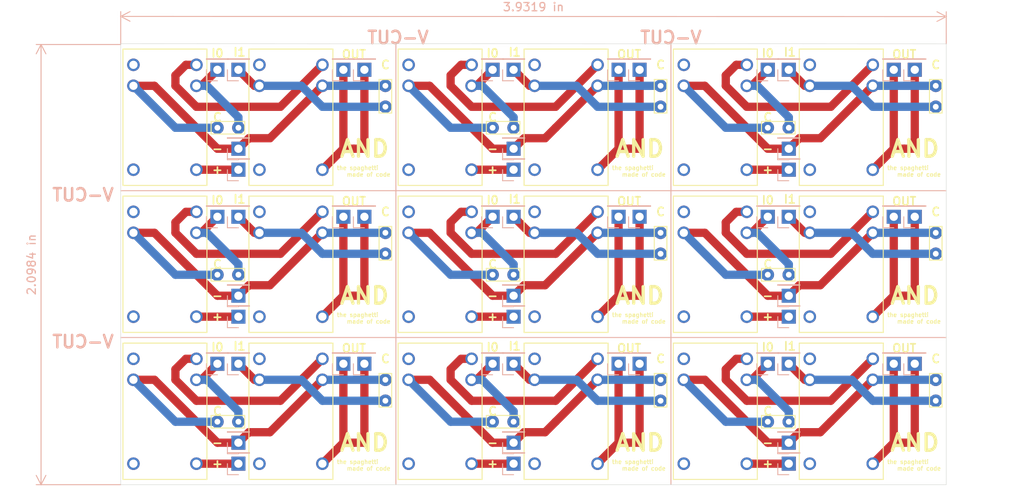
<source format=kicad_pcb>
(kicad_pcb (version 20171130) (host pcbnew "(5.1.6)-1")
  (layers (0 F.Cu signal) (31 B.Cu signal) (34 B.Paste user) (35 F.Paste user) (36 B.SilkS user) (37 F.SilkS user) (38 B.Mask user) (39 F.Mask user) (44 Edge.Cuts user))
  (net 0 "")
  (net 1 GND)
  (module Connector_PinHeader_2.54mm:PinHeader_1x01_P2.54mm_Vertical (layer B.Cu) (at 155.226 78.872)
    (fp_text reference REF**)
    (fp_text value PinHeader_1x01_P2.54mm_Vertical)
    (pad 1 thru_hole rect (at 0 0) (size 1.7 1.7) (drill 1) (layers *.Cu *.Mask))
  )
  (module Connector_PinHeader_2.54mm:PinHeader_1x01_P2.54mm_Vertical (layer B.Cu) (at 121.936 78.872)
    (fp_text reference REF**)
    (fp_text value PinHeader_1x01_P2.54mm_Vertical)
    (pad 1 thru_hole rect (at 0 0) (size 1.7 1.7) (drill 1) (layers *.Cu *.Mask))
  )
  (module Connector_PinHeader_2.54mm:PinHeader_1x01_P2.54mm_Vertical (layer B.Cu) (at 88.646 78.872)
    (fp_text reference REF**)
    (fp_text value PinHeader_1x01_P2.54mm_Vertical)
    (pad 1 thru_hole rect (at 0 0) (size 1.7 1.7) (drill 1) (layers *.Cu *.Mask))
  )
  (module Connector_PinHeader_2.54mm:PinHeader_1x01_P2.54mm_Vertical (layer B.Cu) (at 155.226 61.072)
    (fp_text reference REF**)
    (fp_text value PinHeader_1x01_P2.54mm_Vertical)
    (pad 1 thru_hole rect (at 0 0) (size 1.7 1.7) (drill 1) (layers *.Cu *.Mask))
  )
  (module Connector_PinHeader_2.54mm:PinHeader_1x01_P2.54mm_Vertical (layer B.Cu) (at 121.936 61.072)
    (fp_text reference REF**)
    (fp_text value PinHeader_1x01_P2.54mm_Vertical)
    (pad 1 thru_hole rect (at 0 0) (size 1.7 1.7) (drill 1) (layers *.Cu *.Mask))
  )
  (module Connector_PinHeader_2.54mm:PinHeader_1x01_P2.54mm_Vertical (layer B.Cu) (at 88.646 61.072)
    (fp_text reference REF**)
    (fp_text value PinHeader_1x01_P2.54mm_Vertical)
    (pad 1 thru_hole rect (at 0 0) (size 1.7 1.7) (drill 1) (layers *.Cu *.Mask))
  )
  (module Connector_PinHeader_2.54mm:PinHeader_1x01_P2.54mm_Vertical (layer B.Cu) (at 155.226 43.272)
    (fp_text reference REF**)
    (fp_text value PinHeader_1x01_P2.54mm_Vertical)
    (pad 1 thru_hole rect (at 0 0) (size 1.7 1.7) (drill 1) (layers *.Cu *.Mask))
  )
  (module Connector_PinHeader_2.54mm:PinHeader_1x01_P2.54mm_Vertical (layer B.Cu) (at 121.936 43.272)
    (fp_text reference REF**)
    (fp_text value PinHeader_1x01_P2.54mm_Vertical)
    (pad 1 thru_hole rect (at 0 0) (size 1.7 1.7) (drill 1) (layers *.Cu *.Mask))
  )
  (module MiyakeFootprintLib:946H-1C-24D (layer F.Cu) (at 147.606 83.352)
    (fp_text reference REF**)
    (fp_text value 946H-1C-24D)
    (pad 6 thru_hole circle (at 2.54 7.62) (size 1.524 1.524) (drill 1) (layers *.Cu *.Mask))
    (pad 5 thru_hole circle (at -5.08 7.62) (size 1.524 1.524) (drill 1) (layers *.Cu *.Mask))
    (pad 4 thru_hole circle (at -5.08 -2.54) (size 1.524 1.524) (drill 1) (layers *.Cu *.Mask))
    (pad 3 thru_hole circle (at 2.54 -2.54) (size 1.524 1.524) (drill 1) (layers *.Cu *.Mask))
    (pad 2 thru_hole circle (at 2.54 -5.08) (size 1.524 1.524) (drill 1) (layers *.Cu *.Mask))
    (pad 1 thru_hole circle (at -5.08 -5.08) (size 1.524 1.524) (drill 1) (layers *.Cu *.Mask))
  )
  (module MiyakeFootprintLib:946H-1C-24D (layer F.Cu) (at 114.316 83.352)
    (fp_text reference REF**)
    (fp_text value 946H-1C-24D)
    (pad 6 thru_hole circle (at 2.54 7.62) (size 1.524 1.524) (drill 1) (layers *.Cu *.Mask))
    (pad 5 thru_hole circle (at -5.08 7.62) (size 1.524 1.524) (drill 1) (layers *.Cu *.Mask))
    (pad 4 thru_hole circle (at -5.08 -2.54) (size 1.524 1.524) (drill 1) (layers *.Cu *.Mask))
    (pad 3 thru_hole circle (at 2.54 -2.54) (size 1.524 1.524) (drill 1) (layers *.Cu *.Mask))
    (pad 2 thru_hole circle (at 2.54 -5.08) (size 1.524 1.524) (drill 1) (layers *.Cu *.Mask))
    (pad 1 thru_hole circle (at -5.08 -5.08) (size 1.524 1.524) (drill 1) (layers *.Cu *.Mask))
  )
  (module MiyakeFootprintLib:946H-1C-24D (layer F.Cu) (at 81.026 83.352)
    (fp_text reference REF**)
    (fp_text value 946H-1C-24D)
    (pad 6 thru_hole circle (at 2.54 7.62) (size 1.524 1.524) (drill 1) (layers *.Cu *.Mask))
    (pad 5 thru_hole circle (at -5.08 7.62) (size 1.524 1.524) (drill 1) (layers *.Cu *.Mask))
    (pad 4 thru_hole circle (at -5.08 -2.54) (size 1.524 1.524) (drill 1) (layers *.Cu *.Mask))
    (pad 3 thru_hole circle (at 2.54 -2.54) (size 1.524 1.524) (drill 1) (layers *.Cu *.Mask))
    (pad 2 thru_hole circle (at 2.54 -5.08) (size 1.524 1.524) (drill 1) (layers *.Cu *.Mask))
    (pad 1 thru_hole circle (at -5.08 -5.08) (size 1.524 1.524) (drill 1) (layers *.Cu *.Mask))
  )
  (module MiyakeFootprintLib:946H-1C-24D (layer F.Cu) (at 147.606 65.552)
    (fp_text reference REF**)
    (fp_text value 946H-1C-24D)
    (pad 6 thru_hole circle (at 2.54 7.62) (size 1.524 1.524) (drill 1) (layers *.Cu *.Mask))
    (pad 5 thru_hole circle (at -5.08 7.62) (size 1.524 1.524) (drill 1) (layers *.Cu *.Mask))
    (pad 4 thru_hole circle (at -5.08 -2.54) (size 1.524 1.524) (drill 1) (layers *.Cu *.Mask))
    (pad 3 thru_hole circle (at 2.54 -2.54) (size 1.524 1.524) (drill 1) (layers *.Cu *.Mask))
    (pad 2 thru_hole circle (at 2.54 -5.08) (size 1.524 1.524) (drill 1) (layers *.Cu *.Mask))
    (pad 1 thru_hole circle (at -5.08 -5.08) (size 1.524 1.524) (drill 1) (layers *.Cu *.Mask))
  )
  (module MiyakeFootprintLib:946H-1C-24D (layer F.Cu) (at 114.316 65.552)
    (fp_text reference REF**)
    (fp_text value 946H-1C-24D)
    (pad 6 thru_hole circle (at 2.54 7.62) (size 1.524 1.524) (drill 1) (layers *.Cu *.Mask))
    (pad 5 thru_hole circle (at -5.08 7.62) (size 1.524 1.524) (drill 1) (layers *.Cu *.Mask))
    (pad 4 thru_hole circle (at -5.08 -2.54) (size 1.524 1.524) (drill 1) (layers *.Cu *.Mask))
    (pad 3 thru_hole circle (at 2.54 -2.54) (size 1.524 1.524) (drill 1) (layers *.Cu *.Mask))
    (pad 2 thru_hole circle (at 2.54 -5.08) (size 1.524 1.524) (drill 1) (layers *.Cu *.Mask))
    (pad 1 thru_hole circle (at -5.08 -5.08) (size 1.524 1.524) (drill 1) (layers *.Cu *.Mask))
  )
  (module MiyakeFootprintLib:946H-1C-24D (layer F.Cu) (at 81.026 65.552)
    (fp_text reference REF**)
    (fp_text value 946H-1C-24D)
    (pad 6 thru_hole circle (at 2.54 7.62) (size 1.524 1.524) (drill 1) (layers *.Cu *.Mask))
    (pad 5 thru_hole circle (at -5.08 7.62) (size 1.524 1.524) (drill 1) (layers *.Cu *.Mask))
    (pad 4 thru_hole circle (at -5.08 -2.54) (size 1.524 1.524) (drill 1) (layers *.Cu *.Mask))
    (pad 3 thru_hole circle (at 2.54 -2.54) (size 1.524 1.524) (drill 1) (layers *.Cu *.Mask))
    (pad 2 thru_hole circle (at 2.54 -5.08) (size 1.524 1.524) (drill 1) (layers *.Cu *.Mask))
    (pad 1 thru_hole circle (at -5.08 -5.08) (size 1.524 1.524) (drill 1) (layers *.Cu *.Mask))
  )
  (module MiyakeFootprintLib:946H-1C-24D (layer F.Cu) (at 147.606 47.752)
    (fp_text reference REF**)
    (fp_text value 946H-1C-24D)
    (pad 6 thru_hole circle (at 2.54 7.62) (size 1.524 1.524) (drill 1) (layers *.Cu *.Mask))
    (pad 5 thru_hole circle (at -5.08 7.62) (size 1.524 1.524) (drill 1) (layers *.Cu *.Mask))
    (pad 4 thru_hole circle (at -5.08 -2.54) (size 1.524 1.524) (drill 1) (layers *.Cu *.Mask))
    (pad 3 thru_hole circle (at 2.54 -2.54) (size 1.524 1.524) (drill 1) (layers *.Cu *.Mask))
    (pad 2 thru_hole circle (at 2.54 -5.08) (size 1.524 1.524) (drill 1) (layers *.Cu *.Mask))
    (pad 1 thru_hole circle (at -5.08 -5.08) (size 1.524 1.524) (drill 1) (layers *.Cu *.Mask))
  )
  (module MiyakeFootprintLib:946H-1C-24D (layer F.Cu) (at 114.316 47.752)
    (fp_text reference REF**)
    (fp_text value 946H-1C-24D)
    (pad 6 thru_hole circle (at 2.54 7.62) (size 1.524 1.524) (drill 1) (layers *.Cu *.Mask))
    (pad 5 thru_hole circle (at -5.08 7.62) (size 1.524 1.524) (drill 1) (layers *.Cu *.Mask))
    (pad 4 thru_hole circle (at -5.08 -2.54) (size 1.524 1.524) (drill 1) (layers *.Cu *.Mask))
    (pad 3 thru_hole circle (at 2.54 -2.54) (size 1.524 1.524) (drill 1) (layers *.Cu *.Mask))
    (pad 2 thru_hole circle (at 2.54 -5.08) (size 1.524 1.524) (drill 1) (layers *.Cu *.Mask))
    (pad 1 thru_hole circle (at -5.08 -5.08) (size 1.524 1.524) (drill 1) (layers *.Cu *.Mask))
  )
  (module MiyakeFootprintLib:Condensor (layer F.Cu) (at 157.766 80.812 270)
    (fp_text reference REF**)
    (fp_text value Condensor)
    (pad 1 thru_hole circle (at 0 0 270) (size 1.524 1.524) (drill 0.7) (layers *.Cu *.Mask))
    (pad 2 thru_hole circle (at 2.54 0 270) (size 1.524 1.524) (drill 0.7) (layers *.Cu *.Mask))
  )
  (module MiyakeFootprintLib:Condensor (layer F.Cu) (at 124.476 80.812 270)
    (fp_text reference REF**)
    (fp_text value Condensor)
    (pad 1 thru_hole circle (at 0 0 270) (size 1.524 1.524) (drill 0.7) (layers *.Cu *.Mask))
    (pad 2 thru_hole circle (at 2.54 0 270) (size 1.524 1.524) (drill 0.7) (layers *.Cu *.Mask))
  )
  (module MiyakeFootprintLib:Condensor (layer F.Cu) (at 91.186 80.812 270)
    (fp_text reference REF**)
    (fp_text value Condensor)
    (pad 1 thru_hole circle (at 0 0 270) (size 1.524 1.524) (drill 0.7) (layers *.Cu *.Mask))
    (pad 2 thru_hole circle (at 2.54 0 270) (size 1.524 1.524) (drill 0.7) (layers *.Cu *.Mask))
  )
  (module MiyakeFootprintLib:Condensor (layer F.Cu) (at 157.766 63.012 270)
    (fp_text reference REF**)
    (fp_text value Condensor)
    (pad 1 thru_hole circle (at 0 0 270) (size 1.524 1.524) (drill 0.7) (layers *.Cu *.Mask))
    (pad 2 thru_hole circle (at 2.54 0 270) (size 1.524 1.524) (drill 0.7) (layers *.Cu *.Mask))
  )
  (module MiyakeFootprintLib:Condensor (layer F.Cu) (at 124.476 63.012 270)
    (fp_text reference REF**)
    (fp_text value Condensor)
    (pad 1 thru_hole circle (at 0 0 270) (size 1.524 1.524) (drill 0.7) (layers *.Cu *.Mask))
    (pad 2 thru_hole circle (at 2.54 0 270) (size 1.524 1.524) (drill 0.7) (layers *.Cu *.Mask))
  )
  (module MiyakeFootprintLib:Condensor (layer F.Cu) (at 91.186 63.012 270)
    (fp_text reference REF**)
    (fp_text value Condensor)
    (pad 1 thru_hole circle (at 0 0 270) (size 1.524 1.524) (drill 0.7) (layers *.Cu *.Mask))
    (pad 2 thru_hole circle (at 2.54 0 270) (size 1.524 1.524) (drill 0.7) (layers *.Cu *.Mask))
  )
  (module MiyakeFootprintLib:Condensor (layer F.Cu) (at 157.766 45.212 270)
    (fp_text reference REF**)
    (fp_text value Condensor)
    (pad 1 thru_hole circle (at 0 0 270) (size 1.524 1.524) (drill 0.7) (layers *.Cu *.Mask))
    (pad 2 thru_hole circle (at 2.54 0 270) (size 1.524 1.524) (drill 0.7) (layers *.Cu *.Mask))
  )
  (module MiyakeFootprintLib:Condensor (layer F.Cu) (at 124.476 45.212 270)
    (fp_text reference REF**)
    (fp_text value Condensor)
    (pad 1 thru_hole circle (at 0 0 270) (size 1.524 1.524) (drill 0.7) (layers *.Cu *.Mask))
    (pad 2 thru_hole circle (at 2.54 0 270) (size 1.524 1.524) (drill 0.7) (layers *.Cu *.Mask))
  )
  (module MiyakeFootprintLib:946H-1C-24D (layer F.Cu) (at 132.366 83.352)
    (fp_text reference REF**)
    (fp_text value 946H-1C-24D)
    (pad 6 thru_hole circle (at 2.54 7.62) (size 1.524 1.524) (drill 1) (layers *.Cu *.Mask))
    (pad 5 thru_hole circle (at -5.08 7.62) (size 1.524 1.524) (drill 1) (layers *.Cu *.Mask))
    (pad 4 thru_hole circle (at -5.08 -2.54) (size 1.524 1.524) (drill 1) (layers *.Cu *.Mask))
    (pad 3 thru_hole circle (at 2.54 -2.54) (size 1.524 1.524) (drill 1) (layers *.Cu *.Mask))
    (pad 2 thru_hole circle (at 2.54 -5.08) (size 1.524 1.524) (drill 1) (layers *.Cu *.Mask))
    (pad 1 thru_hole circle (at -5.08 -5.08) (size 1.524 1.524) (drill 1) (layers *.Cu *.Mask))
  )
  (module MiyakeFootprintLib:946H-1C-24D (layer F.Cu) (at 99.076 83.352)
    (fp_text reference REF**)
    (fp_text value 946H-1C-24D)
    (pad 6 thru_hole circle (at 2.54 7.62) (size 1.524 1.524) (drill 1) (layers *.Cu *.Mask))
    (pad 5 thru_hole circle (at -5.08 7.62) (size 1.524 1.524) (drill 1) (layers *.Cu *.Mask))
    (pad 4 thru_hole circle (at -5.08 -2.54) (size 1.524 1.524) (drill 1) (layers *.Cu *.Mask))
    (pad 3 thru_hole circle (at 2.54 -2.54) (size 1.524 1.524) (drill 1) (layers *.Cu *.Mask))
    (pad 2 thru_hole circle (at 2.54 -5.08) (size 1.524 1.524) (drill 1) (layers *.Cu *.Mask))
    (pad 1 thru_hole circle (at -5.08 -5.08) (size 1.524 1.524) (drill 1) (layers *.Cu *.Mask))
  )
  (module MiyakeFootprintLib:946H-1C-24D (layer F.Cu) (at 65.786 83.352)
    (fp_text reference REF**)
    (fp_text value 946H-1C-24D)
    (pad 6 thru_hole circle (at 2.54 7.62) (size 1.524 1.524) (drill 1) (layers *.Cu *.Mask))
    (pad 5 thru_hole circle (at -5.08 7.62) (size 1.524 1.524) (drill 1) (layers *.Cu *.Mask))
    (pad 4 thru_hole circle (at -5.08 -2.54) (size 1.524 1.524) (drill 1) (layers *.Cu *.Mask))
    (pad 3 thru_hole circle (at 2.54 -2.54) (size 1.524 1.524) (drill 1) (layers *.Cu *.Mask))
    (pad 2 thru_hole circle (at 2.54 -5.08) (size 1.524 1.524) (drill 1) (layers *.Cu *.Mask))
    (pad 1 thru_hole circle (at -5.08 -5.08) (size 1.524 1.524) (drill 1) (layers *.Cu *.Mask))
  )
  (module MiyakeFootprintLib:946H-1C-24D (layer F.Cu) (at 132.366 65.552)
    (fp_text reference REF**)
    (fp_text value 946H-1C-24D)
    (pad 6 thru_hole circle (at 2.54 7.62) (size 1.524 1.524) (drill 1) (layers *.Cu *.Mask))
    (pad 5 thru_hole circle (at -5.08 7.62) (size 1.524 1.524) (drill 1) (layers *.Cu *.Mask))
    (pad 4 thru_hole circle (at -5.08 -2.54) (size 1.524 1.524) (drill 1) (layers *.Cu *.Mask))
    (pad 3 thru_hole circle (at 2.54 -2.54) (size 1.524 1.524) (drill 1) (layers *.Cu *.Mask))
    (pad 2 thru_hole circle (at 2.54 -5.08) (size 1.524 1.524) (drill 1) (layers *.Cu *.Mask))
    (pad 1 thru_hole circle (at -5.08 -5.08) (size 1.524 1.524) (drill 1) (layers *.Cu *.Mask))
  )
  (module MiyakeFootprintLib:946H-1C-24D (layer F.Cu) (at 99.076 65.552)
    (fp_text reference REF**)
    (fp_text value 946H-1C-24D)
    (pad 6 thru_hole circle (at 2.54 7.62) (size 1.524 1.524) (drill 1) (layers *.Cu *.Mask))
    (pad 5 thru_hole circle (at -5.08 7.62) (size 1.524 1.524) (drill 1) (layers *.Cu *.Mask))
    (pad 4 thru_hole circle (at -5.08 -2.54) (size 1.524 1.524) (drill 1) (layers *.Cu *.Mask))
    (pad 3 thru_hole circle (at 2.54 -2.54) (size 1.524 1.524) (drill 1) (layers *.Cu *.Mask))
    (pad 2 thru_hole circle (at 2.54 -5.08) (size 1.524 1.524) (drill 1) (layers *.Cu *.Mask))
    (pad 1 thru_hole circle (at -5.08 -5.08) (size 1.524 1.524) (drill 1) (layers *.Cu *.Mask))
  )
  (module MiyakeFootprintLib:946H-1C-24D (layer F.Cu) (at 65.786 65.552)
    (fp_text reference REF**)
    (fp_text value 946H-1C-24D)
    (pad 6 thru_hole circle (at 2.54 7.62) (size 1.524 1.524) (drill 1) (layers *.Cu *.Mask))
    (pad 5 thru_hole circle (at -5.08 7.62) (size 1.524 1.524) (drill 1) (layers *.Cu *.Mask))
    (pad 4 thru_hole circle (at -5.08 -2.54) (size 1.524 1.524) (drill 1) (layers *.Cu *.Mask))
    (pad 3 thru_hole circle (at 2.54 -2.54) (size 1.524 1.524) (drill 1) (layers *.Cu *.Mask))
    (pad 2 thru_hole circle (at 2.54 -5.08) (size 1.524 1.524) (drill 1) (layers *.Cu *.Mask))
    (pad 1 thru_hole circle (at -5.08 -5.08) (size 1.524 1.524) (drill 1) (layers *.Cu *.Mask))
  )
  (module MiyakeFootprintLib:946H-1C-24D (layer F.Cu) (at 132.366 47.752)
    (fp_text reference REF**)
    (fp_text value 946H-1C-24D)
    (pad 6 thru_hole circle (at 2.54 7.62) (size 1.524 1.524) (drill 1) (layers *.Cu *.Mask))
    (pad 5 thru_hole circle (at -5.08 7.62) (size 1.524 1.524) (drill 1) (layers *.Cu *.Mask))
    (pad 4 thru_hole circle (at -5.08 -2.54) (size 1.524 1.524) (drill 1) (layers *.Cu *.Mask))
    (pad 3 thru_hole circle (at 2.54 -2.54) (size 1.524 1.524) (drill 1) (layers *.Cu *.Mask))
    (pad 2 thru_hole circle (at 2.54 -5.08) (size 1.524 1.524) (drill 1) (layers *.Cu *.Mask))
    (pad 1 thru_hole circle (at -5.08 -5.08) (size 1.524 1.524) (drill 1) (layers *.Cu *.Mask))
  )
  (module MiyakeFootprintLib:946H-1C-24D (layer F.Cu) (at 99.076 47.752)
    (fp_text reference REF**)
    (fp_text value 946H-1C-24D)
    (pad 6 thru_hole circle (at 2.54 7.62) (size 1.524 1.524) (drill 1) (layers *.Cu *.Mask))
    (pad 5 thru_hole circle (at -5.08 7.62) (size 1.524 1.524) (drill 1) (layers *.Cu *.Mask))
    (pad 4 thru_hole circle (at -5.08 -2.54) (size 1.524 1.524) (drill 1) (layers *.Cu *.Mask))
    (pad 3 thru_hole circle (at 2.54 -2.54) (size 1.524 1.524) (drill 1) (layers *.Cu *.Mask))
    (pad 2 thru_hole circle (at 2.54 -5.08) (size 1.524 1.524) (drill 1) (layers *.Cu *.Mask))
    (pad 1 thru_hole circle (at -5.08 -5.08) (size 1.524 1.524) (drill 1) (layers *.Cu *.Mask))
  )
  (module Connector_PinHeader_2.54mm:PinHeader_1x01_P2.54mm_Vertical (layer B.Cu) (at 137.446 78.872)
    (fp_text reference REF**)
    (fp_text value PinHeader_1x01_P2.54mm_Vertical)
    (pad 1 thru_hole rect (at 0 0) (size 1.7 1.7) (drill 1) (layers *.Cu *.Mask))
  )
  (module Connector_PinHeader_2.54mm:PinHeader_1x01_P2.54mm_Vertical (layer B.Cu) (at 104.156 78.872)
    (fp_text reference REF**)
    (fp_text value PinHeader_1x01_P2.54mm_Vertical)
    (pad 1 thru_hole rect (at 0 0) (size 1.7 1.7) (drill 1) (layers *.Cu *.Mask))
  )
  (module Connector_PinHeader_2.54mm:PinHeader_1x01_P2.54mm_Vertical (layer B.Cu) (at 70.866 78.872)
    (fp_text reference REF**)
    (fp_text value PinHeader_1x01_P2.54mm_Vertical)
    (pad 1 thru_hole rect (at 0 0) (size 1.7 1.7) (drill 1) (layers *.Cu *.Mask))
  )
  (module Connector_PinHeader_2.54mm:PinHeader_1x01_P2.54mm_Vertical (layer B.Cu) (at 137.446 61.072)
    (fp_text reference REF**)
    (fp_text value PinHeader_1x01_P2.54mm_Vertical)
    (pad 1 thru_hole rect (at 0 0) (size 1.7 1.7) (drill 1) (layers *.Cu *.Mask))
  )
  (module Connector_PinHeader_2.54mm:PinHeader_1x01_P2.54mm_Vertical (layer B.Cu) (at 104.156 61.072)
    (fp_text reference REF**)
    (fp_text value PinHeader_1x01_P2.54mm_Vertical)
    (pad 1 thru_hole rect (at 0 0) (size 1.7 1.7) (drill 1) (layers *.Cu *.Mask))
  )
  (module Connector_PinHeader_2.54mm:PinHeader_1x01_P2.54mm_Vertical (layer B.Cu) (at 70.866 61.072)
    (fp_text reference REF**)
    (fp_text value PinHeader_1x01_P2.54mm_Vertical)
    (pad 1 thru_hole rect (at 0 0) (size 1.7 1.7) (drill 1) (layers *.Cu *.Mask))
  )
  (module Connector_PinHeader_2.54mm:PinHeader_1x01_P2.54mm_Vertical (layer B.Cu) (at 137.446 43.272)
    (fp_text reference REF**)
    (fp_text value PinHeader_1x01_P2.54mm_Vertical)
    (pad 1 thru_hole rect (at 0 0) (size 1.7 1.7) (drill 1) (layers *.Cu *.Mask))
  )
  (module Connector_PinHeader_2.54mm:PinHeader_1x01_P2.54mm_Vertical (layer B.Cu) (at 104.156 43.272)
    (fp_text reference REF**)
    (fp_text value PinHeader_1x01_P2.54mm_Vertical)
    (pad 1 thru_hole rect (at 0 0) (size 1.7 1.7) (drill 1) (layers *.Cu *.Mask))
  )
  (module Connector_PinHeader_2.54mm:PinHeader_1x01_P2.54mm_Vertical (layer B.Cu) (at 139.986 78.872)
    (fp_text reference REF**)
    (fp_text value PinHeader_1x01_P2.54mm_Vertical)
    (pad 1 thru_hole rect (at 0 0) (size 1.7 1.7) (drill 1) (layers *.Cu *.Mask))
  )
  (module Connector_PinHeader_2.54mm:PinHeader_1x01_P2.54mm_Vertical (layer B.Cu) (at 106.696 78.872)
    (fp_text reference REF**)
    (fp_text value PinHeader_1x01_P2.54mm_Vertical)
    (pad 1 thru_hole rect (at 0 0) (size 1.7 1.7) (drill 1) (layers *.Cu *.Mask))
  )
  (module Connector_PinHeader_2.54mm:PinHeader_1x01_P2.54mm_Vertical (layer B.Cu) (at 73.406 78.872)
    (fp_text reference REF**)
    (fp_text value PinHeader_1x01_P2.54mm_Vertical)
    (pad 1 thru_hole rect (at 0 0) (size 1.7 1.7) (drill 1) (layers *.Cu *.Mask))
  )
  (module Connector_PinHeader_2.54mm:PinHeader_1x01_P2.54mm_Vertical (layer B.Cu) (at 139.986 61.072)
    (fp_text reference REF**)
    (fp_text value PinHeader_1x01_P2.54mm_Vertical)
    (pad 1 thru_hole rect (at 0 0) (size 1.7 1.7) (drill 1) (layers *.Cu *.Mask))
  )
  (module Connector_PinHeader_2.54mm:PinHeader_1x01_P2.54mm_Vertical (layer B.Cu) (at 106.696 61.072)
    (fp_text reference REF**)
    (fp_text value PinHeader_1x01_P2.54mm_Vertical)
    (pad 1 thru_hole rect (at 0 0) (size 1.7 1.7) (drill 1) (layers *.Cu *.Mask))
  )
  (module Connector_PinHeader_2.54mm:PinHeader_1x01_P2.54mm_Vertical (layer B.Cu) (at 73.406 61.072)
    (fp_text reference REF**)
    (fp_text value PinHeader_1x01_P2.54mm_Vertical)
    (pad 1 thru_hole rect (at 0 0) (size 1.7 1.7) (drill 1) (layers *.Cu *.Mask))
  )
  (module Connector_PinHeader_2.54mm:PinHeader_1x01_P2.54mm_Vertical (layer B.Cu) (at 139.986 43.272)
    (fp_text reference REF**)
    (fp_text value PinHeader_1x01_P2.54mm_Vertical)
    (pad 1 thru_hole rect (at 0 0) (size 1.7 1.7) (drill 1) (layers *.Cu *.Mask))
  )
  (module Connector_PinHeader_2.54mm:PinHeader_1x01_P2.54mm_Vertical (layer B.Cu) (at 106.696 43.272)
    (fp_text reference REF**)
    (fp_text value PinHeader_1x01_P2.54mm_Vertical)
    (pad 1 thru_hole rect (at 0 0) (size 1.7 1.7) (drill 1) (layers *.Cu *.Mask))
  )
  (module Connector_PinHeader_2.54mm:PinHeader_1x01_P2.54mm_Vertical (layer B.Cu) (at 139.986 88.432)
    (fp_text reference REF**)
    (fp_text value PinHeader_1x01_P2.54mm_Vertical)
    (pad 1 thru_hole rect (at 0 0) (size 1.7 1.7) (drill 1) (layers *.Cu *.Mask))
  )
  (module Connector_PinHeader_2.54mm:PinHeader_1x01_P2.54mm_Vertical (layer B.Cu) (at 106.696 88.432)
    (fp_text reference REF**)
    (fp_text value PinHeader_1x01_P2.54mm_Vertical)
    (pad 1 thru_hole rect (at 0 0) (size 1.7 1.7) (drill 1) (layers *.Cu *.Mask))
  )
  (module Connector_PinHeader_2.54mm:PinHeader_1x01_P2.54mm_Vertical (layer B.Cu) (at 73.406 88.432)
    (fp_text reference REF**)
    (fp_text value PinHeader_1x01_P2.54mm_Vertical)
    (pad 1 thru_hole rect (at 0 0) (size 1.7 1.7) (drill 1) (layers *.Cu *.Mask))
  )
  (module Connector_PinHeader_2.54mm:PinHeader_1x01_P2.54mm_Vertical (layer B.Cu) (at 139.986 70.632)
    (fp_text reference REF**)
    (fp_text value PinHeader_1x01_P2.54mm_Vertical)
    (pad 1 thru_hole rect (at 0 0) (size 1.7 1.7) (drill 1) (layers *.Cu *.Mask))
  )
  (module Connector_PinHeader_2.54mm:PinHeader_1x01_P2.54mm_Vertical (layer B.Cu) (at 106.696 70.632)
    (fp_text reference REF**)
    (fp_text value PinHeader_1x01_P2.54mm_Vertical)
    (pad 1 thru_hole rect (at 0 0) (size 1.7 1.7) (drill 1) (layers *.Cu *.Mask))
  )
  (module Connector_PinHeader_2.54mm:PinHeader_1x01_P2.54mm_Vertical (layer B.Cu) (at 73.406 70.632)
    (fp_text reference REF**)
    (fp_text value PinHeader_1x01_P2.54mm_Vertical)
    (pad 1 thru_hole rect (at 0 0) (size 1.7 1.7) (drill 1) (layers *.Cu *.Mask))
  )
  (module Connector_PinHeader_2.54mm:PinHeader_1x01_P2.54mm_Vertical (layer B.Cu) (at 139.986 52.832)
    (fp_text reference REF**)
    (fp_text value PinHeader_1x01_P2.54mm_Vertical)
    (pad 1 thru_hole rect (at 0 0) (size 1.7 1.7) (drill 1) (layers *.Cu *.Mask))
  )
  (module Connector_PinHeader_2.54mm:PinHeader_1x01_P2.54mm_Vertical (layer B.Cu) (at 106.696 52.832)
    (fp_text reference REF**)
    (fp_text value PinHeader_1x01_P2.54mm_Vertical)
    (pad 1 thru_hole rect (at 0 0) (size 1.7 1.7) (drill 1) (layers *.Cu *.Mask))
  )
  (module Connector_PinHeader_2.54mm:PinHeader_1x01_P2.54mm_Vertical (layer B.Cu) (at 152.686 78.872)
    (fp_text reference REF**)
    (fp_text value PinHeader_1x01_P2.54mm_Vertical)
    (pad 1 thru_hole rect (at 0 0) (size 1.7 1.7) (drill 1) (layers *.Cu *.Mask))
  )
  (module Connector_PinHeader_2.54mm:PinHeader_1x01_P2.54mm_Vertical (layer B.Cu) (at 119.396 78.872)
    (fp_text reference REF**)
    (fp_text value PinHeader_1x01_P2.54mm_Vertical)
    (pad 1 thru_hole rect (at 0 0) (size 1.7 1.7) (drill 1) (layers *.Cu *.Mask))
  )
  (module Connector_PinHeader_2.54mm:PinHeader_1x01_P2.54mm_Vertical (layer B.Cu) (at 86.106 78.872)
    (fp_text reference REF**)
    (fp_text value PinHeader_1x01_P2.54mm_Vertical)
    (pad 1 thru_hole rect (at 0 0) (size 1.7 1.7) (drill 1) (layers *.Cu *.Mask))
  )
  (module Connector_PinHeader_2.54mm:PinHeader_1x01_P2.54mm_Vertical (layer B.Cu) (at 152.686 61.072)
    (fp_text reference REF**)
    (fp_text value PinHeader_1x01_P2.54mm_Vertical)
    (pad 1 thru_hole rect (at 0 0) (size 1.7 1.7) (drill 1) (layers *.Cu *.Mask))
  )
  (module Connector_PinHeader_2.54mm:PinHeader_1x01_P2.54mm_Vertical (layer B.Cu) (at 119.396 61.072)
    (fp_text reference REF**)
    (fp_text value PinHeader_1x01_P2.54mm_Vertical)
    (pad 1 thru_hole rect (at 0 0) (size 1.7 1.7) (drill 1) (layers *.Cu *.Mask))
  )
  (module Connector_PinHeader_2.54mm:PinHeader_1x01_P2.54mm_Vertical (layer B.Cu) (at 86.106 61.072)
    (fp_text reference REF**)
    (fp_text value PinHeader_1x01_P2.54mm_Vertical)
    (pad 1 thru_hole rect (at 0 0) (size 1.7 1.7) (drill 1) (layers *.Cu *.Mask))
  )
  (module Connector_PinHeader_2.54mm:PinHeader_1x01_P2.54mm_Vertical (layer B.Cu) (at 152.686 43.272)
    (fp_text reference REF**)
    (fp_text value PinHeader_1x01_P2.54mm_Vertical)
    (pad 1 thru_hole rect (at 0 0) (size 1.7 1.7) (drill 1) (layers *.Cu *.Mask))
  )
  (module Connector_PinHeader_2.54mm:PinHeader_1x01_P2.54mm_Vertical (layer B.Cu) (at 119.396 43.272)
    (fp_text reference REF**)
    (fp_text value PinHeader_1x01_P2.54mm_Vertical)
    (pad 1 thru_hole rect (at 0 0) (size 1.7 1.7) (drill 1) (layers *.Cu *.Mask))
  )
  (module Connector_PinHeader_2.54mm:PinHeader_1x01_P2.54mm_Vertical (layer B.Cu) (at 139.986 90.972)
    (fp_text reference REF**)
    (fp_text value PinHeader_1x01_P2.54mm_Vertical)
    (pad 1 thru_hole rect (at 0 0) (size 1.7 1.7) (drill 1) (layers *.Cu *.Mask))
  )
  (module Connector_PinHeader_2.54mm:PinHeader_1x01_P2.54mm_Vertical (layer B.Cu) (at 106.696 90.972)
    (fp_text reference REF**)
    (fp_text value PinHeader_1x01_P2.54mm_Vertical)
    (pad 1 thru_hole rect (at 0 0) (size 1.7 1.7) (drill 1) (layers *.Cu *.Mask))
  )
  (module Connector_PinHeader_2.54mm:PinHeader_1x01_P2.54mm_Vertical (layer B.Cu) (at 73.406 90.972)
    (fp_text reference REF**)
    (fp_text value PinHeader_1x01_P2.54mm_Vertical)
    (pad 1 thru_hole rect (at 0 0) (size 1.7 1.7) (drill 1) (layers *.Cu *.Mask))
  )
  (module Connector_PinHeader_2.54mm:PinHeader_1x01_P2.54mm_Vertical (layer B.Cu) (at 139.986 73.172)
    (fp_text reference REF**)
    (fp_text value PinHeader_1x01_P2.54mm_Vertical)
    (pad 1 thru_hole rect (at 0 0) (size 1.7 1.7) (drill 1) (layers *.Cu *.Mask))
  )
  (module Connector_PinHeader_2.54mm:PinHeader_1x01_P2.54mm_Vertical (layer B.Cu) (at 106.696 73.172)
    (fp_text reference REF**)
    (fp_text value PinHeader_1x01_P2.54mm_Vertical)
    (pad 1 thru_hole rect (at 0 0) (size 1.7 1.7) (drill 1) (layers *.Cu *.Mask))
  )
  (module Connector_PinHeader_2.54mm:PinHeader_1x01_P2.54mm_Vertical (layer B.Cu) (at 73.406 73.172)
    (fp_text reference REF**)
    (fp_text value PinHeader_1x01_P2.54mm_Vertical)
    (pad 1 thru_hole rect (at 0 0) (size 1.7 1.7) (drill 1) (layers *.Cu *.Mask))
  )
  (module Connector_PinHeader_2.54mm:PinHeader_1x01_P2.54mm_Vertical (layer B.Cu) (at 139.986 55.372)
    (fp_text reference REF**)
    (fp_text value PinHeader_1x01_P2.54mm_Vertical)
    (pad 1 thru_hole rect (at 0 0) (size 1.7 1.7) (drill 1) (layers *.Cu *.Mask))
  )
  (module Connector_PinHeader_2.54mm:PinHeader_1x01_P2.54mm_Vertical (layer B.Cu) (at 106.696 55.372)
    (fp_text reference REF**)
    (fp_text value PinHeader_1x01_P2.54mm_Vertical)
    (pad 1 thru_hole rect (at 0 0) (size 1.7 1.7) (drill 1) (layers *.Cu *.Mask))
  )
  (module MiyakeFootprintLib:Condensor (layer F.Cu) (at 137.446 85.892)
    (fp_text reference REF**)
    (fp_text value Condensor)
    (pad 2 thru_hole circle (at 2.54 0) (size 1.524 1.524) (drill 0.7) (layers *.Cu *.Mask))
    (pad 1 thru_hole circle (at 0 0) (size 1.524 1.524) (drill 0.7) (layers *.Cu *.Mask))
  )
  (module MiyakeFootprintLib:Condensor (layer F.Cu) (at 104.156 85.892)
    (fp_text reference REF**)
    (fp_text value Condensor)
    (pad 2 thru_hole circle (at 2.54 0) (size 1.524 1.524) (drill 0.7) (layers *.Cu *.Mask))
    (pad 1 thru_hole circle (at 0 0) (size 1.524 1.524) (drill 0.7) (layers *.Cu *.Mask))
  )
  (module MiyakeFootprintLib:Condensor (layer F.Cu) (at 70.866 85.892)
    (fp_text reference REF**)
    (fp_text value Condensor)
    (pad 2 thru_hole circle (at 2.54 0) (size 1.524 1.524) (drill 0.7) (layers *.Cu *.Mask))
    (pad 1 thru_hole circle (at 0 0) (size 1.524 1.524) (drill 0.7) (layers *.Cu *.Mask))
  )
  (module MiyakeFootprintLib:Condensor (layer F.Cu) (at 137.446 68.092)
    (fp_text reference REF**)
    (fp_text value Condensor)
    (pad 2 thru_hole circle (at 2.54 0) (size 1.524 1.524) (drill 0.7) (layers *.Cu *.Mask))
    (pad 1 thru_hole circle (at 0 0) (size 1.524 1.524) (drill 0.7) (layers *.Cu *.Mask))
  )
  (module MiyakeFootprintLib:Condensor (layer F.Cu) (at 104.156 68.092)
    (fp_text reference REF**)
    (fp_text value Condensor)
    (pad 2 thru_hole circle (at 2.54 0) (size 1.524 1.524) (drill 0.7) (layers *.Cu *.Mask))
    (pad 1 thru_hole circle (at 0 0) (size 1.524 1.524) (drill 0.7) (layers *.Cu *.Mask))
  )
  (module MiyakeFootprintLib:Condensor (layer F.Cu) (at 70.866 68.092)
    (fp_text reference REF**)
    (fp_text value Condensor)
    (pad 2 thru_hole circle (at 2.54 0) (size 1.524 1.524) (drill 0.7) (layers *.Cu *.Mask))
    (pad 1 thru_hole circle (at 0 0) (size 1.524 1.524) (drill 0.7) (layers *.Cu *.Mask))
  )
  (module MiyakeFootprintLib:Condensor (layer F.Cu) (at 137.446 50.292)
    (fp_text reference REF**)
    (fp_text value Condensor)
    (pad 2 thru_hole circle (at 2.54 0) (size 1.524 1.524) (drill 0.7) (layers *.Cu *.Mask))
    (pad 1 thru_hole circle (at 0 0) (size 1.524 1.524) (drill 0.7) (layers *.Cu *.Mask))
  )
  (module MiyakeFootprintLib:Condensor (layer F.Cu) (at 104.156 50.292)
    (fp_text reference REF**)
    (fp_text value Condensor)
    (pad 2 thru_hole circle (at 2.54 0) (size 1.524 1.524) (drill 0.7) (layers *.Cu *.Mask))
    (pad 1 thru_hole circle (at 0 0) (size 1.524 1.524) (drill 0.7) (layers *.Cu *.Mask))
  )
  (module MiyakeFootprintLib:Condensor (layer F.Cu) (at 70.866 50.292)
    (fp_text reference REF**)
    (fp_text value Condensor)
    (pad 1 thru_hole circle (at 0 0) (size 1.524 1.524) (drill 0.7) (layers *.Cu *.Mask))
    (pad 2 thru_hole circle (at 2.54 0) (size 1.524 1.524) (drill 0.7) (layers *.Cu *.Mask))
  )
  (module MiyakeFootprintLib:Condensor (layer F.Cu) (at 91.186 45.212 270)
    (fp_text reference REF**)
    (fp_text value Condensor)
    (pad 2 thru_hole circle (at 2.54 0 270) (size 1.524 1.524) (drill 0.7) (layers *.Cu *.Mask))
    (pad 1 thru_hole circle (at 0 0 270) (size 1.524 1.524) (drill 0.7) (layers *.Cu *.Mask))
  )
  (module Connector_PinHeader_2.54mm:PinHeader_1x01_P2.54mm_Vertical (layer B.Cu) (at 73.406 52.832)
    (fp_text reference REF**)
    (fp_text value PinHeader_1x01_P2.54mm_Vertical)
    (pad 1 thru_hole rect (at 0 0) (size 1.7 1.7) (drill 1) (layers *.Cu *.Mask))
  )
  (module Connector_PinHeader_2.54mm:PinHeader_1x01_P2.54mm_Vertical (layer B.Cu) (at 73.406 55.372)
    (fp_text reference REF**)
    (fp_text value PinHeader_1x01_P2.54mm_Vertical)
    (pad 1 thru_hole rect (at 0 0) (size 1.7 1.7) (drill 1) (layers *.Cu *.Mask))
  )
  (module Connector_PinHeader_2.54mm:PinHeader_1x01_P2.54mm_Vertical (layer B.Cu) (at 88.646 43.272)
    (fp_text reference REF**)
    (fp_text value PinHeader_1x01_P2.54mm_Vertical)
    (pad 1 thru_hole rect (at 0 0) (size 1.7 1.7) (drill 1) (layers *.Cu *.Mask))
  )
  (module Connector_PinHeader_2.54mm:PinHeader_1x01_P2.54mm_Vertical (layer B.Cu) (at 86.106 43.272)
    (fp_text reference REF**)
    (fp_text value PinHeader_1x01_P2.54mm_Vertical)
    (pad 1 thru_hole rect (at 0 0) (size 1.7 1.7) (drill 1) (layers *.Cu *.Mask))
  )
  (module Connector_PinHeader_2.54mm:PinHeader_1x01_P2.54mm_Vertical (layer B.Cu) (at 73.406 43.272)
    (fp_text reference REF**)
    (fp_text value PinHeader_1x01_P2.54mm_Vertical)
    (pad 1 thru_hole rect (at 0 0) (size 1.7 1.7) (drill 1) (layers *.Cu *.Mask))
  )
  (module Connector_PinHeader_2.54mm:PinHeader_1x01_P2.54mm_Vertical (layer B.Cu) (at 70.866 43.272)
    (fp_text reference REF**)
    (fp_text value PinHeader_1x01_P2.54mm_Vertical)
    (pad 1 thru_hole rect (at 0 0) (size 1.7 1.7) (drill 1) (layers *.Cu *.Mask))
  )
  (module MiyakeFootprintLib:946H-1C-24D (layer F.Cu) (at 81.026 47.752)
    (fp_text reference REF**)
    (fp_text value 946H-1C-24D)
    (pad 1 thru_hole circle (at -5.08 -5.08) (size 1.524 1.524) (drill 1) (layers *.Cu *.Mask))
    (pad 2 thru_hole circle (at 2.54 -5.08) (size 1.524 1.524) (drill 1) (layers *.Cu *.Mask))
    (pad 3 thru_hole circle (at 2.54 -2.54) (size 1.524 1.524) (drill 1) (layers *.Cu *.Mask))
    (pad 4 thru_hole circle (at -5.08 -2.54) (size 1.524 1.524) (drill 1) (layers *.Cu *.Mask))
    (pad 5 thru_hole circle (at -5.08 7.62) (size 1.524 1.524) (drill 1) (layers *.Cu *.Mask))
    (pad 6 thru_hole circle (at 2.54 7.62) (size 1.524 1.524) (drill 1) (layers *.Cu *.Mask))
  )
  (module MiyakeFootprintLib:946H-1C-24D (layer F.Cu) (at 65.786 47.752)
    (fp_text reference REF**)
    (fp_text value 946H-1C-24D)
    (pad 1 thru_hole circle (at -5.08 -5.08) (size 1.524 1.524) (drill 1) (layers *.Cu *.Mask))
    (pad 2 thru_hole circle (at 2.54 -5.08) (size 1.524 1.524) (drill 1) (layers *.Cu *.Mask))
    (pad 3 thru_hole circle (at 2.54 -2.54) (size 1.524 1.524) (drill 1) (layers *.Cu *.Mask))
    (pad 4 thru_hole circle (at -5.08 -2.54) (size 1.524 1.524) (drill 1) (layers *.Cu *.Mask))
    (pad 5 thru_hole circle (at -5.08 7.62) (size 1.524 1.524) (drill 1) (layers *.Cu *.Mask))
    (pad 6 thru_hole circle (at 2.54 7.62) (size 1.524 1.524) (drill 1) (layers *.Cu *.Mask))
  )
  (dimension 53.3 (width 0.12) (layer B.SilkS) (gr_text "53.300 mm" (at 48.26 66.862 270) (layer B.SilkS) (effects (font (size 1 1) (thickness 0.15)))) (feature1 (pts (xy 59.166 93.512) (xy 48.943579 93.512))) (feature2 (pts (xy 59.166 40.212) (xy 48.943579 40.212))) (crossbar (pts (xy 49.53 40.212) (xy 49.53 93.512))) (arrow1a (pts (xy 49.53 93.512) (xy 48.943579 92.385496))) (arrow1b (pts (xy 49.53 93.512) (xy 50.116421 92.385496))) (arrow2a (pts (xy 49.53 40.212) (xy 48.943579 41.338504))) (arrow2b (pts (xy 49.53 40.212) (xy 50.116421 41.338504))))
  (dimension 99.870002 (width 0.12) (layer B.SilkS) (gr_text "99.870 mm" (at 109.101915 35.550058 359.9885259) (layer B.SilkS) (effects (font (size 1 1) (thickness 0.15)))) (feature1 (pts (xy 159.036 40.132) (xy 159.036779 36.243637))) (feature2 (pts (xy 59.166 40.112) (xy 59.166779 36.223637))) (crossbar (pts (xy 59.166661 36.810058) (xy 159.036661 36.830058))) (arrow1a (pts (xy 159.036661 36.830058) (xy 157.91004 37.416253))) (arrow1b (pts (xy 159.036661 36.830058) (xy 157.910275 36.243412))) (arrow2a (pts (xy 59.166661 36.810058) (xy 60.293047 37.396704))) (arrow2b (pts (xy 59.166661 36.810058) (xy 60.293282 36.223863))))
  (gr_text V-CUT (at 54.61 76.2) (layer B.SilkS) (effects (font (size 1.5 1.5) (thickness 0.3)) (justify mirror)))
  (gr_text V-CUT (at 54.61 58.42) (layer B.SilkS) (effects (font (size 1.5 1.5) (thickness 0.3)) (justify mirror)))
  (gr_text V-CUT (at 125.73 39.37) (layer B.SilkS) (effects (font (size 1.5 1.5) (thickness 0.3)) (justify mirror)))
  (gr_text V-CUT (at 92.71 39.37) (layer B.SilkS) (effects (font (size 1.5 1.5) (thickness 0.3)) (justify mirror)))
  (gr_line (start 159.004 75.692) (end 59.182 75.692) (layer B.SilkS) (width 0.12))
  (gr_line (start 59.182 57.912) (end 159.004 57.912) (layer B.SilkS) (width 0.12))
  (gr_line (start 125.73 93.472) (end 125.73 40.132) (layer B.SilkS) (width 0.12))
  (gr_line (start 92.456 40.132) (end 92.456 93.472) (layer B.SilkS) (width 0.12))
  (gr_line (start 125.746 93.512) (end 159.036 93.512) (layer Edge.Cuts) (width 0.05))
  (gr_line (start 92.456 93.512) (end 125.746 93.512) (layer Edge.Cuts) (width 0.05))
  (gr_line (start 59.166 93.512) (end 92.456 93.512) (layer Edge.Cuts) (width 0.05))
  (gr_line (start 59.166 75.812) (end 59.166 93.412) (layer Edge.Cuts) (width 0.05))
  (gr_line (start 59.166 58.012) (end 59.166 75.612) (layer Edge.Cuts) (width 0.05))
  (gr_line (start 59.166 75.712) (end 59.166 75.812) (layer Edge.Cuts) (width 0.05))
  (gr_line (start 59.166 57.912) (end 59.166 58.012) (layer Edge.Cuts) (width 0.05))
  (gr_line (start 125.746 40.112) (end 125.746 40.212) (layer Edge.Cuts) (width 0.05))
  (gr_line (start 92.456 40.112) (end 92.456 40.212) (layer Edge.Cuts) (width 0.05))
  (gr_line (start 125.746 93.512) (end 125.746 93.412) (layer Edge.Cuts) (width 0.05))
  (gr_line (start 92.456 93.512) (end 92.456 93.412) (layer Edge.Cuts) (width 0.05))
  (gr_line (start 59.166 93.512) (end 59.166 93.412) (layer Edge.Cuts) (width 0.05))
  (gr_line (start 59.166 75.712) (end 59.166 75.612) (layer Edge.Cuts) (width 0.05))
  (gr_line (start 125.746 40.112) (end 159.036 40.132) (layer Edge.Cuts) (width 0.05))
  (gr_line (start 92.456 40.112) (end 125.746 40.132) (layer Edge.Cuts) (width 0.05))
  (gr_line (start 159.036 75.732) (end 159.036 93.512) (layer Edge.Cuts) (width 0.05))
  (gr_line (start 159.036 57.932) (end 159.036 75.712) (layer Edge.Cuts) (width 0.05))
  (gr_line (start 159.036 40.132) (end 159.036 57.912) (layer Edge.Cuts) (width 0.05))
  (gr_text I0 (at 137.446 76.875) (layer F.SilkS) (effects (font (size 1 1) (thickness 0.2))))
  (gr_text I0 (at 104.156 76.875) (layer F.SilkS) (effects (font (size 1 1) (thickness 0.2))))
  (gr_text I0 (at 70.866 76.875) (layer F.SilkS) (effects (font (size 1 1) (thickness 0.2))))
  (gr_text I0 (at 137.446 59.075) (layer F.SilkS) (effects (font (size 1 1) (thickness 0.2))))
  (gr_text I0 (at 104.156 59.075) (layer F.SilkS) (effects (font (size 1 1) (thickness 0.2))))
  (gr_text I0 (at 70.866 59.075) (layer F.SilkS) (effects (font (size 1 1) (thickness 0.2))))
  (gr_text I0 (at 137.446 41.275) (layer F.SilkS) (effects (font (size 1 1) (thickness 0.2))))
  (gr_text I0 (at 104.156 41.275) (layer F.SilkS) (effects (font (size 1 1) (thickness 0.2))))
  (gr_text "the spaghetti \n      made of code\n" (at 154.591 91.152) (layer F.SilkS) (effects (font (size 0.5 0.5) (thickness 0.1))))
  (gr_text "the spaghetti \n      made of code\n" (at 121.301 91.152) (layer F.SilkS) (effects (font (size 0.5 0.5) (thickness 0.1))))
  (gr_text "the spaghetti \n      made of code\n" (at 88.011 91.152) (layer F.SilkS) (effects (font (size 0.5 0.5) (thickness 0.1))))
  (gr_text "the spaghetti \n      made of code\n" (at 154.591 73.352) (layer F.SilkS) (effects (font (size 0.5 0.5) (thickness 0.1))))
  (gr_text "the spaghetti \n      made of code\n" (at 121.301 73.352) (layer F.SilkS) (effects (font (size 0.5 0.5) (thickness 0.1))))
  (gr_text "the spaghetti \n      made of code\n" (at 88.011 73.352) (layer F.SilkS) (effects (font (size 0.5 0.5) (thickness 0.1))))
  (gr_text "the spaghetti \n      made of code\n" (at 154.591 55.552) (layer F.SilkS) (effects (font (size 0.5 0.5) (thickness 0.1))))
  (gr_text "the spaghetti \n      made of code\n" (at 121.301 55.552) (layer F.SilkS) (effects (font (size 0.5 0.5) (thickness 0.1))))
  (gr_text - (at 137.446 88.432) (layer F.SilkS) (effects (font (size 1 1) (thickness 0.2))))
  (gr_text - (at 104.156 88.432) (layer F.SilkS) (effects (font (size 1 1) (thickness 0.2))))
  (gr_text - (at 70.866 88.432) (layer F.SilkS) (effects (font (size 1 1) (thickness 0.2))))
  (gr_text - (at 137.446 70.632) (layer F.SilkS) (effects (font (size 1 1) (thickness 0.2))))
  (gr_text - (at 104.156 70.632) (layer F.SilkS) (effects (font (size 1 1) (thickness 0.2))))
  (gr_text - (at 70.866 70.632) (layer F.SilkS) (effects (font (size 1 1) (thickness 0.2))))
  (gr_text - (at 137.446 52.832) (layer F.SilkS) (effects (font (size 1 1) (thickness 0.2))))
  (gr_text - (at 104.156 52.832) (layer F.SilkS) (effects (font (size 1 1) (thickness 0.2))))
  (gr_text OUT (at 153.956 77.002) (layer F.SilkS) (effects (font (size 1 1) (thickness 0.2))))
  (gr_text OUT (at 120.666 77.002) (layer F.SilkS) (effects (font (size 1 1) (thickness 0.2))))
  (gr_text OUT (at 87.376 77.002) (layer F.SilkS) (effects (font (size 1 1) (thickness 0.2))))
  (gr_text OUT (at 153.956 59.202) (layer F.SilkS) (effects (font (size 1 1) (thickness 0.2))))
  (gr_text OUT (at 120.666 59.202) (layer F.SilkS) (effects (font (size 1 1) (thickness 0.2))))
  (gr_text OUT (at 87.376 59.202) (layer F.SilkS) (effects (font (size 1 1) (thickness 0.2))))
  (gr_text OUT (at 153.956 41.402) (layer F.SilkS) (effects (font (size 1 1) (thickness 0.2))))
  (gr_text OUT (at 120.666 41.402) (layer F.SilkS) (effects (font (size 1 1) (thickness 0.2))))
  (gr_text + (at 137.446 90.972) (layer F.SilkS) (effects (font (size 1 1) (thickness 0.2))))
  (gr_text + (at 104.156 90.972) (layer F.SilkS) (effects (font (size 1 1) (thickness 0.2))))
  (gr_text + (at 70.866 90.972) (layer F.SilkS) (effects (font (size 1 1) (thickness 0.2))))
  (gr_text + (at 137.446 73.172) (layer F.SilkS) (effects (font (size 1 1) (thickness 0.2))))
  (gr_text + (at 104.156 73.172) (layer F.SilkS) (effects (font (size 1 1) (thickness 0.2))))
  (gr_text + (at 70.866 73.172) (layer F.SilkS) (effects (font (size 1 1) (thickness 0.2))))
  (gr_text + (at 137.446 55.372) (layer F.SilkS) (effects (font (size 1 1) (thickness 0.2))))
  (gr_text + (at 104.156 55.372) (layer F.SilkS) (effects (font (size 1 1) (thickness 0.2))))
  (gr_text I1 (at 140.113 76.748) (layer F.SilkS) (effects (font (size 1 1) (thickness 0.2))))
  (gr_text I1 (at 106.823 76.748) (layer F.SilkS) (effects (font (size 1 1) (thickness 0.2))))
  (gr_text I1 (at 73.533 76.748) (layer F.SilkS) (effects (font (size 1 1) (thickness 0.2))))
  (gr_text I1 (at 140.113 58.948) (layer F.SilkS) (effects (font (size 1 1) (thickness 0.2))))
  (gr_text I1 (at 106.823 58.948) (layer F.SilkS) (effects (font (size 1 1) (thickness 0.2))))
  (gr_text I1 (at 73.533 58.948) (layer F.SilkS) (effects (font (size 1 1) (thickness 0.2))))
  (gr_text I1 (at 140.113 41.148) (layer F.SilkS) (effects (font (size 1 1) (thickness 0.2))))
  (gr_text I1 (at 106.823 41.148) (layer F.SilkS) (effects (font (size 1 1) (thickness 0.2))))
  (gr_text AND (at 155.226 88.432) (layer F.SilkS) (effects (font (size 2 2) (thickness 0.4))))
  (gr_text AND (at 121.936 88.432) (layer F.SilkS) (effects (font (size 2 2) (thickness 0.4))))
  (gr_text AND (at 88.646 88.432) (layer F.SilkS) (effects (font (size 2 2) (thickness 0.4))))
  (gr_text AND (at 155.226 70.632) (layer F.SilkS) (effects (font (size 2 2) (thickness 0.4))))
  (gr_text AND (at 121.936 70.632) (layer F.SilkS) (effects (font (size 2 2) (thickness 0.4))))
  (gr_text AND (at 88.646 70.632) (layer F.SilkS) (effects (font (size 2 2) (thickness 0.4))))
  (gr_text AND (at 155.226 52.832) (layer F.SilkS) (effects (font (size 2 2) (thickness 0.4))))
  (gr_text AND (at 121.936 52.832) (layer F.SilkS) (effects (font (size 2 2) (thickness 0.4))))
  (gr_text C (at 157.766 78.272) (layer F.SilkS) (effects (font (size 1 1) (thickness 0.2))))
  (gr_text C (at 124.476 78.272) (layer F.SilkS) (effects (font (size 1 1) (thickness 0.2))))
  (gr_text C (at 91.186 78.272) (layer F.SilkS) (effects (font (size 1 1) (thickness 0.2))))
  (gr_text C (at 157.766 60.472) (layer F.SilkS) (effects (font (size 1 1) (thickness 0.2))))
  (gr_text C (at 124.476 60.472) (layer F.SilkS) (effects (font (size 1 1) (thickness 0.2))))
  (gr_text C (at 91.186 60.472) (layer F.SilkS) (effects (font (size 1 1) (thickness 0.2))))
  (gr_text C (at 157.766 42.672) (layer F.SilkS) (effects (font (size 1 1) (thickness 0.2))))
  (gr_text C (at 124.476 42.672) (layer F.SilkS) (effects (font (size 1 1) (thickness 0.2))))
  (gr_text C (at 137.446 84.622) (layer F.SilkS) (effects (font (size 1 1) (thickness 0.2))))
  (gr_text C (at 104.156 84.622) (layer F.SilkS) (effects (font (size 1 1) (thickness 0.2))))
  (gr_text C (at 70.866 84.622) (layer F.SilkS) (effects (font (size 1 1) (thickness 0.2))))
  (gr_text C (at 137.446 66.822) (layer F.SilkS) (effects (font (size 1 1) (thickness 0.2))))
  (gr_text C (at 104.156 66.822) (layer F.SilkS) (effects (font (size 1 1) (thickness 0.2))))
  (gr_text C (at 70.866 66.822) (layer F.SilkS) (effects (font (size 1 1) (thickness 0.2))))
  (gr_text C (at 137.446 49.022) (layer F.SilkS) (effects (font (size 1 1) (thickness 0.2))))
  (gr_text C (at 104.156 49.022) (layer F.SilkS) (effects (font (size 1 1) (thickness 0.2))))
  (gr_text I1 (at 73.533 41.148) (layer F.SilkS) (effects (font (size 1 1) (thickness 0.2))))
  (gr_line (start 59.166 57.912) (end 59.166 57.812) (layer Edge.Cuts) (width 0.05))
  (gr_line (start 59.166 40.112) (end 59.166 40.212) (layer Edge.Cuts) (width 0.05))
  (gr_line (start 59.166 40.212) (end 59.166 57.812) (layer Edge.Cuts) (width 0.05))
  (gr_line (start 59.166 40.112) (end 92.456 40.132) (layer Edge.Cuts) (width 0.05))
  (gr_text AND (at 88.646 52.832) (layer F.SilkS) (effects (font (size 2 2) (thickness 0.4))))
  (gr_text C (at 70.866 49.022) (layer F.SilkS) (effects (font (size 1 1) (thickness 0.2))))
  (gr_text - (at 70.866 52.832) (layer F.SilkS) (effects (font (size 1 1) (thickness 0.2))))
  (gr_text + (at 70.866 55.372) (layer F.SilkS) (effects (font (size 1 1) (thickness 0.2))))
  (gr_text C (at 91.186 42.672) (layer F.SilkS) (effects (font (size 1 1) (thickness 0.2))))
  (gr_text "the spaghetti \n      made of code\n" (at 88.011 55.552) (layer F.SilkS) (effects (font (size 0.5 0.5) (thickness 0.1))))
  (gr_text OUT (at 87.376 41.402) (layer F.SilkS) (effects (font (size 1 1) (thickness 0.2))))
  (gr_text I0 (at 70.866 41.275) (layer F.SilkS) (effects (font (size 1 1) (thickness 0.2))))
  (segment (start 68.926 45.212) (end 70.866 43.272) (width 1) (layer F.Cu) (net 0))
  (segment (start 68.326 45.212) (end 68.926 45.212) (width 1) (layer F.Cu) (net 0))
  (segment (start 75.346 45.212) (end 73.406 43.272) (width 1) (layer F.Cu) (net 0))
  (segment (start 75.946 45.212) (end 75.346 45.212) (width 1) (layer F.Cu) (net 0))
  (segment (start 68.326 55.372) (end 73.406 55.372) (width 1) (layer F.Cu) (net 0))
  (segment (start 65.786 45.212) (end 68.326 47.752) (width 1) (layer F.Cu) (net 0))
  (segment (start 68.326 47.752) (end 78.486 47.752) (width 1) (layer F.Cu) (net 0))
  (segment (start 78.486 47.752) (end 83.566 42.672) (width 1) (layer F.Cu) (net 0))
  (segment (start 60.706 45.212) (end 63.246 45.212) (width 1) (layer F.Cu) (net 0))
  (segment (start 63.246 45.212) (end 70.866 52.832) (width 1) (layer F.Cu) (net 0))
  (segment (start 70.866 52.832) (end 73.406 52.832) (width 1) (layer F.Cu) (net 0))
  (segment (start 78.486 50.292) (end 83.566 45.212) (width 1) (layer F.Cu) (net 0))
  (segment (start 83.566 55.372) (end 86.106 52.832) (width 1) (layer F.Cu) (net 0))
  (segment (start 86.106 47.752) (end 86.106 43.272) (width 1) (layer F.Cu) (net 0))
  (segment (start 86.106 52.832) (end 86.106 47.752) (width 1) (layer F.Cu) (net 0))
  (segment (start 65.786 45.212) (end 65.786 43.942) (width 1) (layer F.Cu) (net 0))
  (segment (start 65.786 43.942) (end 67.056 42.672) (width 1) (layer F.Cu) (net 0))
  (segment (start 67.056 42.672) (end 68.326 42.672) (width 1) (layer F.Cu) (net 0))
  (segment (start 87.376 52.832) (end 86.106 52.832) (width 1) (layer F.Cu) (net 0))
  (segment (start 88.646 43.272) (end 88.646 52.832) (width 1) (layer F.Cu) (net 0))
  (segment (start 88.646 52.832) (end 87.376 52.832) (width 1) (layer F.Cu) (net 0))
  (segment (start 73.406 52.832) (end 74.676 51.562) (width 1) (layer F.Cu) (net 0))
  (segment (start 74.676 51.562) (end 77.216 51.562) (width 1) (layer F.Cu) (net 0))
  (segment (start 77.216 51.562) (end 78.486 50.292) (width 1) (layer F.Cu) (net 0))
  (segment (start 91.186 45.212) (end 83.566 45.212) (width 1) (layer B.Cu) (net 0))
  (segment (start 91.186 47.752) (end 83.566 47.752) (width 1) (layer B.Cu) (net 0))
  (segment (start 83.566 47.752) (end 81.026 45.212) (width 1) (layer B.Cu) (net 0))
  (segment (start 81.026 45.212) (end 75.946 45.212) (width 1) (layer B.Cu) (net 0))
  (segment (start 73.406 50.292) (end 73.406 49.022) (width 1) (layer B.Cu) (net 0))
  (segment (start 69.596 45.212) (end 68.326 45.212) (width 1) (layer B.Cu) (net 0))
  (segment (start 73.406 49.022) (end 69.596 45.212) (width 1) (layer B.Cu) (net 0))
  (segment (start 65.786 50.292) (end 60.706 45.212) (width 1) (layer B.Cu) (net 0))
  (segment (start 70.866 50.292) (end 65.786 50.292) (width 1) (layer B.Cu) (net 0))
  (segment (start 114.316 45.212) (end 109.236 45.212) (width 1) (layer B.Cu) (net 0))
  (segment (start 147.606 45.212) (end 142.526 45.212) (width 1) (layer B.Cu) (net 0))
  (segment (start 81.026 63.012) (end 75.946 63.012) (width 1) (layer B.Cu) (net 0))
  (segment (start 114.316 63.012) (end 109.236 63.012) (width 1) (layer B.Cu) (net 0))
  (segment (start 147.606 63.012) (end 142.526 63.012) (width 1) (layer B.Cu) (net 0))
  (segment (start 81.026 80.812) (end 75.946 80.812) (width 1) (layer B.Cu) (net 0))
  (segment (start 114.316 80.812) (end 109.236 80.812) (width 1) (layer B.Cu) (net 0))
  (segment (start 147.606 80.812) (end 142.526 80.812) (width 1) (layer B.Cu) (net 0))
  (segment (start 104.156 50.292) (end 99.076 50.292) (width 1) (layer B.Cu) (net 0))
  (segment (start 137.446 50.292) (end 132.366 50.292) (width 1) (layer B.Cu) (net 0))
  (segment (start 70.866 68.092) (end 65.786 68.092) (width 1) (layer B.Cu) (net 0))
  (segment (start 104.156 68.092) (end 99.076 68.092) (width 1) (layer B.Cu) (net 0))
  (segment (start 137.446 68.092) (end 132.366 68.092) (width 1) (layer B.Cu) (net 0))
  (segment (start 70.866 85.892) (end 65.786 85.892) (width 1) (layer B.Cu) (net 0))
  (segment (start 104.156 85.892) (end 99.076 85.892) (width 1) (layer B.Cu) (net 0))
  (segment (start 137.446 85.892) (end 132.366 85.892) (width 1) (layer B.Cu) (net 0))
  (segment (start 99.076 50.292) (end 93.996 45.212) (width 1) (layer B.Cu) (net 0))
  (segment (start 132.366 50.292) (end 127.286 45.212) (width 1) (layer B.Cu) (net 0))
  (segment (start 65.786 68.092) (end 60.706 63.012) (width 1) (layer B.Cu) (net 0))
  (segment (start 99.076 68.092) (end 93.996 63.012) (width 1) (layer B.Cu) (net 0))
  (segment (start 132.366 68.092) (end 127.286 63.012) (width 1) (layer B.Cu) (net 0))
  (segment (start 65.786 85.892) (end 60.706 80.812) (width 1) (layer B.Cu) (net 0))
  (segment (start 99.076 85.892) (end 93.996 80.812) (width 1) (layer B.Cu) (net 0))
  (segment (start 132.366 85.892) (end 127.286 80.812) (width 1) (layer B.Cu) (net 0))
  (segment (start 121.936 43.272) (end 121.936 52.832) (width 1) (layer F.Cu) (net 0))
  (segment (start 155.226 43.272) (end 155.226 52.832) (width 1) (layer F.Cu) (net 0))
  (segment (start 88.646 61.072) (end 88.646 70.632) (width 1) (layer F.Cu) (net 0))
  (segment (start 121.936 61.072) (end 121.936 70.632) (width 1) (layer F.Cu) (net 0))
  (segment (start 155.226 61.072) (end 155.226 70.632) (width 1) (layer F.Cu) (net 0))
  (segment (start 88.646 78.872) (end 88.646 88.432) (width 1) (layer F.Cu) (net 0))
  (segment (start 121.936 78.872) (end 121.936 88.432) (width 1) (layer F.Cu) (net 0))
  (segment (start 155.226 78.872) (end 155.226 88.432) (width 1) (layer F.Cu) (net 0))
  (segment (start 116.856 55.372) (end 119.396 52.832) (width 1) (layer F.Cu) (net 0))
  (segment (start 150.146 55.372) (end 152.686 52.832) (width 1) (layer F.Cu) (net 0))
  (segment (start 83.566 73.172) (end 86.106 70.632) (width 1) (layer F.Cu) (net 0))
  (segment (start 116.856 73.172) (end 119.396 70.632) (width 1) (layer F.Cu) (net 0))
  (segment (start 150.146 73.172) (end 152.686 70.632) (width 1) (layer F.Cu) (net 0))
  (segment (start 83.566 90.972) (end 86.106 88.432) (width 1) (layer F.Cu) (net 0))
  (segment (start 116.856 90.972) (end 119.396 88.432) (width 1) (layer F.Cu) (net 0))
  (segment (start 150.146 90.972) (end 152.686 88.432) (width 1) (layer F.Cu) (net 0))
  (segment (start 106.696 52.832) (end 107.966 51.562) (width 1) (layer F.Cu) (net 0))
  (segment (start 139.986 52.832) (end 141.256 51.562) (width 1) (layer F.Cu) (net 0))
  (segment (start 73.406 70.632) (end 74.676 69.362) (width 1) (layer F.Cu) (net 0))
  (segment (start 106.696 70.632) (end 107.966 69.362) (width 1) (layer F.Cu) (net 0))
  (segment (start 139.986 70.632) (end 141.256 69.362) (width 1) (layer F.Cu) (net 0))
  (segment (start 73.406 88.432) (end 74.676 87.162) (width 1) (layer F.Cu) (net 0))
  (segment (start 106.696 88.432) (end 107.966 87.162) (width 1) (layer F.Cu) (net 0))
  (segment (start 139.986 88.432) (end 141.256 87.162) (width 1) (layer F.Cu) (net 0))
  (segment (start 124.476 45.212) (end 116.856 45.212) (width 1) (layer B.Cu) (net 0))
  (segment (start 157.766 45.212) (end 150.146 45.212) (width 1) (layer B.Cu) (net 0))
  (segment (start 91.186 63.012) (end 83.566 63.012) (width 1) (layer B.Cu) (net 0))
  (segment (start 124.476 63.012) (end 116.856 63.012) (width 1) (layer B.Cu) (net 0))
  (segment (start 157.766 63.012) (end 150.146 63.012) (width 1) (layer B.Cu) (net 0))
  (segment (start 91.186 80.812) (end 83.566 80.812) (width 1) (layer B.Cu) (net 0))
  (segment (start 124.476 80.812) (end 116.856 80.812) (width 1) (layer B.Cu) (net 0))
  (segment (start 157.766 80.812) (end 150.146 80.812) (width 1) (layer B.Cu) (net 0))
  (segment (start 106.696 50.292) (end 106.696 49.022) (width 1) (layer B.Cu) (net 0))
  (segment (start 139.986 50.292) (end 139.986 49.022) (width 1) (layer B.Cu) (net 0))
  (segment (start 73.406 68.092) (end 73.406 66.822) (width 1) (layer B.Cu) (net 0))
  (segment (start 106.696 68.092) (end 106.696 66.822) (width 1) (layer B.Cu) (net 0))
  (segment (start 139.986 68.092) (end 139.986 66.822) (width 1) (layer B.Cu) (net 0))
  (segment (start 73.406 85.892) (end 73.406 84.622) (width 1) (layer B.Cu) (net 0))
  (segment (start 106.696 85.892) (end 106.696 84.622) (width 1) (layer B.Cu) (net 0))
  (segment (start 139.986 85.892) (end 139.986 84.622) (width 1) (layer B.Cu) (net 0))
  (segment (start 109.236 45.212) (end 108.636 45.212) (width 1) (layer F.Cu) (net 0))
  (segment (start 142.526 45.212) (end 141.926 45.212) (width 1) (layer F.Cu) (net 0))
  (segment (start 75.946 63.012) (end 75.346 63.012) (width 1) (layer F.Cu) (net 0))
  (segment (start 109.236 63.012) (end 108.636 63.012) (width 1) (layer F.Cu) (net 0))
  (segment (start 142.526 63.012) (end 141.926 63.012) (width 1) (layer F.Cu) (net 0))
  (segment (start 75.946 80.812) (end 75.346 80.812) (width 1) (layer F.Cu) (net 0))
  (segment (start 109.236 80.812) (end 108.636 80.812) (width 1) (layer F.Cu) (net 0))
  (segment (start 142.526 80.812) (end 141.926 80.812) (width 1) (layer F.Cu) (net 0))
  (segment (start 102.216 45.212) (end 104.156 43.272) (width 1) (layer F.Cu) (net 0))
  (segment (start 135.506 45.212) (end 137.446 43.272) (width 1) (layer F.Cu) (net 0))
  (segment (start 68.926 63.012) (end 70.866 61.072) (width 1) (layer F.Cu) (net 0))
  (segment (start 102.216 63.012) (end 104.156 61.072) (width 1) (layer F.Cu) (net 0))
  (segment (start 135.506 63.012) (end 137.446 61.072) (width 1) (layer F.Cu) (net 0))
  (segment (start 68.926 80.812) (end 70.866 78.872) (width 1) (layer F.Cu) (net 0))
  (segment (start 102.216 80.812) (end 104.156 78.872) (width 1) (layer F.Cu) (net 0))
  (segment (start 135.506 80.812) (end 137.446 78.872) (width 1) (layer F.Cu) (net 0))
  (segment (start 111.776 50.292) (end 116.856 45.212) (width 1) (layer F.Cu) (net 0))
  (segment (start 145.066 50.292) (end 150.146 45.212) (width 1) (layer F.Cu) (net 0))
  (segment (start 78.486 68.092) (end 83.566 63.012) (width 1) (layer F.Cu) (net 0))
  (segment (start 111.776 68.092) (end 116.856 63.012) (width 1) (layer F.Cu) (net 0))
  (segment (start 145.066 68.092) (end 150.146 63.012) (width 1) (layer F.Cu) (net 0))
  (segment (start 78.486 85.892) (end 83.566 80.812) (width 1) (layer F.Cu) (net 0))
  (segment (start 111.776 85.892) (end 116.856 80.812) (width 1) (layer F.Cu) (net 0))
  (segment (start 145.066 85.892) (end 150.146 80.812) (width 1) (layer F.Cu) (net 0))
  (segment (start 110.506 51.562) (end 111.776 50.292) (width 1) (layer F.Cu) (net 0))
  (segment (start 143.796 51.562) (end 145.066 50.292) (width 1) (layer F.Cu) (net 0))
  (segment (start 77.216 69.362) (end 78.486 68.092) (width 1) (layer F.Cu) (net 0))
  (segment (start 110.506 69.362) (end 111.776 68.092) (width 1) (layer F.Cu) (net 0))
  (segment (start 143.796 69.362) (end 145.066 68.092) (width 1) (layer F.Cu) (net 0))
  (segment (start 77.216 87.162) (end 78.486 85.892) (width 1) (layer F.Cu) (net 0))
  (segment (start 110.506 87.162) (end 111.776 85.892) (width 1) (layer F.Cu) (net 0))
  (segment (start 143.796 87.162) (end 145.066 85.892) (width 1) (layer F.Cu) (net 0))
  (segment (start 119.396 47.752) (end 119.396 43.272) (width 1) (layer F.Cu) (net 0))
  (segment (start 152.686 47.752) (end 152.686 43.272) (width 1) (layer F.Cu) (net 0))
  (segment (start 86.106 65.552) (end 86.106 61.072) (width 1) (layer F.Cu) (net 0))
  (segment (start 119.396 65.552) (end 119.396 61.072) (width 1) (layer F.Cu) (net 0))
  (segment (start 152.686 65.552) (end 152.686 61.072) (width 1) (layer F.Cu) (net 0))
  (segment (start 86.106 83.352) (end 86.106 78.872) (width 1) (layer F.Cu) (net 0))
  (segment (start 119.396 83.352) (end 119.396 78.872) (width 1) (layer F.Cu) (net 0))
  (segment (start 152.686 83.352) (end 152.686 78.872) (width 1) (layer F.Cu) (net 0))
  (segment (start 100.346 42.672) (end 101.616 42.672) (width 1) (layer F.Cu) (net 0))
  (segment (start 133.636 42.672) (end 134.906 42.672) (width 1) (layer F.Cu) (net 0))
  (segment (start 67.056 60.472) (end 68.326 60.472) (width 1) (layer F.Cu) (net 0))
  (segment (start 100.346 60.472) (end 101.616 60.472) (width 1) (layer F.Cu) (net 0))
  (segment (start 133.636 60.472) (end 134.906 60.472) (width 1) (layer F.Cu) (net 0))
  (segment (start 67.056 78.272) (end 68.326 78.272) (width 1) (layer F.Cu) (net 0))
  (segment (start 100.346 78.272) (end 101.616 78.272) (width 1) (layer F.Cu) (net 0))
  (segment (start 133.636 78.272) (end 134.906 78.272) (width 1) (layer F.Cu) (net 0))
  (segment (start 121.936 52.832) (end 120.666 52.832) (width 1) (layer F.Cu) (net 0))
  (segment (start 155.226 52.832) (end 153.956 52.832) (width 1) (layer F.Cu) (net 0))
  (segment (start 88.646 70.632) (end 87.376 70.632) (width 1) (layer F.Cu) (net 0))
  (segment (start 121.936 70.632) (end 120.666 70.632) (width 1) (layer F.Cu) (net 0))
  (segment (start 155.226 70.632) (end 153.956 70.632) (width 1) (layer F.Cu) (net 0))
  (segment (start 88.646 88.432) (end 87.376 88.432) (width 1) (layer F.Cu) (net 0))
  (segment (start 121.936 88.432) (end 120.666 88.432) (width 1) (layer F.Cu) (net 0))
  (segment (start 155.226 88.432) (end 153.956 88.432) (width 1) (layer F.Cu) (net 0))
  (segment (start 96.536 45.212) (end 104.156 52.832) (width 1) (layer F.Cu) (net 0))
  (segment (start 129.826 45.212) (end 137.446 52.832) (width 1) (layer F.Cu) (net 0))
  (segment (start 63.246 63.012) (end 70.866 70.632) (width 1) (layer F.Cu) (net 0))
  (segment (start 96.536 63.012) (end 104.156 70.632) (width 1) (layer F.Cu) (net 0))
  (segment (start 129.826 63.012) (end 137.446 70.632) (width 1) (layer F.Cu) (net 0))
  (segment (start 63.246 80.812) (end 70.866 88.432) (width 1) (layer F.Cu) (net 0))
  (segment (start 96.536 80.812) (end 104.156 88.432) (width 1) (layer F.Cu) (net 0))
  (segment (start 129.826 80.812) (end 137.446 88.432) (width 1) (layer F.Cu) (net 0))
  (segment (start 101.616 47.752) (end 111.776 47.752) (width 1) (layer F.Cu) (net 0))
  (segment (start 134.906 47.752) (end 145.066 47.752) (width 1) (layer F.Cu) (net 0))
  (segment (start 68.326 65.552) (end 78.486 65.552) (width 1) (layer F.Cu) (net 0))
  (segment (start 101.616 65.552) (end 111.776 65.552) (width 1) (layer F.Cu) (net 0))
  (segment (start 134.906 65.552) (end 145.066 65.552) (width 1) (layer F.Cu) (net 0))
  (segment (start 68.326 83.352) (end 78.486 83.352) (width 1) (layer F.Cu) (net 0))
  (segment (start 101.616 83.352) (end 111.776 83.352) (width 1) (layer F.Cu) (net 0))
  (segment (start 134.906 83.352) (end 145.066 83.352) (width 1) (layer F.Cu) (net 0))
  (segment (start 111.776 47.752) (end 116.856 42.672) (width 1) (layer F.Cu) (net 0))
  (segment (start 145.066 47.752) (end 150.146 42.672) (width 1) (layer F.Cu) (net 0))
  (segment (start 78.486 65.552) (end 83.566 60.472) (width 1) (layer F.Cu) (net 0))
  (segment (start 111.776 65.552) (end 116.856 60.472) (width 1) (layer F.Cu) (net 0))
  (segment (start 145.066 65.552) (end 150.146 60.472) (width 1) (layer F.Cu) (net 0))
  (segment (start 78.486 83.352) (end 83.566 78.272) (width 1) (layer F.Cu) (net 0))
  (segment (start 111.776 83.352) (end 116.856 78.272) (width 1) (layer F.Cu) (net 0))
  (segment (start 145.066 83.352) (end 150.146 78.272) (width 1) (layer F.Cu) (net 0))
  (segment (start 99.076 45.212) (end 99.076 43.942) (width 1) (layer F.Cu) (net 0))
  (segment (start 132.366 45.212) (end 132.366 43.942) (width 1) (layer F.Cu) (net 0))
  (segment (start 65.786 63.012) (end 65.786 61.742) (width 1) (layer F.Cu) (net 0))
  (segment (start 99.076 63.012) (end 99.076 61.742) (width 1) (layer F.Cu) (net 0))
  (segment (start 132.366 63.012) (end 132.366 61.742) (width 1) (layer F.Cu) (net 0))
  (segment (start 65.786 80.812) (end 65.786 79.542) (width 1) (layer F.Cu) (net 0))
  (segment (start 99.076 80.812) (end 99.076 79.542) (width 1) (layer F.Cu) (net 0))
  (segment (start 132.366 80.812) (end 132.366 79.542) (width 1) (layer F.Cu) (net 0))
  (segment (start 107.966 51.562) (end 110.506 51.562) (width 1) (layer F.Cu) (net 0))
  (segment (start 141.256 51.562) (end 143.796 51.562) (width 1) (layer F.Cu) (net 0))
  (segment (start 74.676 69.362) (end 77.216 69.362) (width 1) (layer F.Cu) (net 0))
  (segment (start 107.966 69.362) (end 110.506 69.362) (width 1) (layer F.Cu) (net 0))
  (segment (start 141.256 69.362) (end 143.796 69.362) (width 1) (layer F.Cu) (net 0))
  (segment (start 74.676 87.162) (end 77.216 87.162) (width 1) (layer F.Cu) (net 0))
  (segment (start 107.966 87.162) (end 110.506 87.162) (width 1) (layer F.Cu) (net 0))
  (segment (start 141.256 87.162) (end 143.796 87.162) (width 1) (layer F.Cu) (net 0))
  (segment (start 116.856 47.752) (end 114.316 45.212) (width 1) (layer B.Cu) (net 0))
  (segment (start 150.146 47.752) (end 147.606 45.212) (width 1) (layer B.Cu) (net 0))
  (segment (start 83.566 65.552) (end 81.026 63.012) (width 1) (layer B.Cu) (net 0))
  (segment (start 116.856 65.552) (end 114.316 63.012) (width 1) (layer B.Cu) (net 0))
  (segment (start 150.146 65.552) (end 147.606 63.012) (width 1) (layer B.Cu) (net 0))
  (segment (start 83.566 83.352) (end 81.026 80.812) (width 1) (layer B.Cu) (net 0))
  (segment (start 116.856 83.352) (end 114.316 80.812) (width 1) (layer B.Cu) (net 0))
  (segment (start 150.146 83.352) (end 147.606 80.812) (width 1) (layer B.Cu) (net 0))
  (segment (start 93.996 45.212) (end 96.536 45.212) (width 1) (layer F.Cu) (net 0))
  (segment (start 127.286 45.212) (end 129.826 45.212) (width 1) (layer F.Cu) (net 0))
  (segment (start 60.706 63.012) (end 63.246 63.012) (width 1) (layer F.Cu) (net 0))
  (segment (start 93.996 63.012) (end 96.536 63.012) (width 1) (layer F.Cu) (net 0))
  (segment (start 127.286 63.012) (end 129.826 63.012) (width 1) (layer F.Cu) (net 0))
  (segment (start 60.706 80.812) (end 63.246 80.812) (width 1) (layer F.Cu) (net 0))
  (segment (start 93.996 80.812) (end 96.536 80.812) (width 1) (layer F.Cu) (net 0))
  (segment (start 127.286 80.812) (end 129.826 80.812) (width 1) (layer F.Cu) (net 0))
  (segment (start 102.886 45.212) (end 101.616 45.212) (width 1) (layer B.Cu) (net 0))
  (segment (start 136.176 45.212) (end 134.906 45.212) (width 1) (layer B.Cu) (net 0))
  (segment (start 69.596 63.012) (end 68.326 63.012) (width 1) (layer B.Cu) (net 0))
  (segment (start 102.886 63.012) (end 101.616 63.012) (width 1) (layer B.Cu) (net 0))
  (segment (start 136.176 63.012) (end 134.906 63.012) (width 1) (layer B.Cu) (net 0))
  (segment (start 69.596 80.812) (end 68.326 80.812) (width 1) (layer B.Cu) (net 0))
  (segment (start 102.886 80.812) (end 101.616 80.812) (width 1) (layer B.Cu) (net 0))
  (segment (start 136.176 80.812) (end 134.906 80.812) (width 1) (layer B.Cu) (net 0))
  (segment (start 106.696 49.022) (end 102.886 45.212) (width 1) (layer B.Cu) (net 0))
  (segment (start 139.986 49.022) (end 136.176 45.212) (width 1) (layer B.Cu) (net 0))
  (segment (start 73.406 66.822) (end 69.596 63.012) (width 1) (layer B.Cu) (net 0))
  (segment (start 106.696 66.822) (end 102.886 63.012) (width 1) (layer B.Cu) (net 0))
  (segment (start 139.986 66.822) (end 136.176 63.012) (width 1) (layer B.Cu) (net 0))
  (segment (start 73.406 84.622) (end 69.596 80.812) (width 1) (layer B.Cu) (net 0))
  (segment (start 106.696 84.622) (end 102.886 80.812) (width 1) (layer B.Cu) (net 0))
  (segment (start 139.986 84.622) (end 136.176 80.812) (width 1) (layer B.Cu) (net 0))
  (segment (start 99.076 43.942) (end 100.346 42.672) (width 1) (layer F.Cu) (net 0))
  (segment (start 132.366 43.942) (end 133.636 42.672) (width 1) (layer F.Cu) (net 0))
  (segment (start 65.786 61.742) (end 67.056 60.472) (width 1) (layer F.Cu) (net 0))
  (segment (start 99.076 61.742) (end 100.346 60.472) (width 1) (layer F.Cu) (net 0))
  (segment (start 132.366 61.742) (end 133.636 60.472) (width 1) (layer F.Cu) (net 0))
  (segment (start 65.786 79.542) (end 67.056 78.272) (width 1) (layer F.Cu) (net 0))
  (segment (start 99.076 79.542) (end 100.346 78.272) (width 1) (layer F.Cu) (net 0))
  (segment (start 132.366 79.542) (end 133.636 78.272) (width 1) (layer F.Cu) (net 0))
  (segment (start 101.616 55.372) (end 106.696 55.372) (width 1) (layer F.Cu) (net 0))
  (segment (start 134.906 55.372) (end 139.986 55.372) (width 1) (layer F.Cu) (net 0))
  (segment (start 68.326 73.172) (end 73.406 73.172) (width 1) (layer F.Cu) (net 0))
  (segment (start 101.616 73.172) (end 106.696 73.172) (width 1) (layer F.Cu) (net 0))
  (segment (start 134.906 73.172) (end 139.986 73.172) (width 1) (layer F.Cu) (net 0))
  (segment (start 68.326 90.972) (end 73.406 90.972) (width 1) (layer F.Cu) (net 0))
  (segment (start 101.616 90.972) (end 106.696 90.972) (width 1) (layer F.Cu) (net 0))
  (segment (start 134.906 90.972) (end 139.986 90.972) (width 1) (layer F.Cu) (net 0))
  (segment (start 119.396 52.832) (end 119.396 47.752) (width 1) (layer F.Cu) (net 0))
  (segment (start 152.686 52.832) (end 152.686 47.752) (width 1) (layer F.Cu) (net 0))
  (segment (start 86.106 70.632) (end 86.106 65.552) (width 1) (layer F.Cu) (net 0))
  (segment (start 119.396 70.632) (end 119.396 65.552) (width 1) (layer F.Cu) (net 0))
  (segment (start 152.686 70.632) (end 152.686 65.552) (width 1) (layer F.Cu) (net 0))
  (segment (start 86.106 88.432) (end 86.106 83.352) (width 1) (layer F.Cu) (net 0))
  (segment (start 119.396 88.432) (end 119.396 83.352) (width 1) (layer F.Cu) (net 0))
  (segment (start 152.686 88.432) (end 152.686 83.352) (width 1) (layer F.Cu) (net 0))
  (segment (start 124.476 47.752) (end 116.856 47.752) (width 1) (layer B.Cu) (net 0))
  (segment (start 157.766 47.752) (end 150.146 47.752) (width 1) (layer B.Cu) (net 0))
  (segment (start 91.186 65.552) (end 83.566 65.552) (width 1) (layer B.Cu) (net 0))
  (segment (start 124.476 65.552) (end 116.856 65.552) (width 1) (layer B.Cu) (net 0))
  (segment (start 157.766 65.552) (end 150.146 65.552) (width 1) (layer B.Cu) (net 0))
  (segment (start 91.186 83.352) (end 83.566 83.352) (width 1) (layer B.Cu) (net 0))
  (segment (start 124.476 83.352) (end 116.856 83.352) (width 1) (layer B.Cu) (net 0))
  (segment (start 157.766 83.352) (end 150.146 83.352) (width 1) (layer B.Cu) (net 0))
  (segment (start 108.636 45.212) (end 106.696 43.272) (width 1) (layer F.Cu) (net 0))
  (segment (start 141.926 45.212) (end 139.986 43.272) (width 1) (layer F.Cu) (net 0))
  (segment (start 75.346 63.012) (end 73.406 61.072) (width 1) (layer F.Cu) (net 0))
  (segment (start 108.636 63.012) (end 106.696 61.072) (width 1) (layer F.Cu) (net 0))
  (segment (start 141.926 63.012) (end 139.986 61.072) (width 1) (layer F.Cu) (net 0))
  (segment (start 75.346 80.812) (end 73.406 78.872) (width 1) (layer F.Cu) (net 0))
  (segment (start 108.636 80.812) (end 106.696 78.872) (width 1) (layer F.Cu) (net 0))
  (segment (start 141.926 80.812) (end 139.986 78.872) (width 1) (layer F.Cu) (net 0))
  (segment (start 99.076 45.212) (end 101.616 47.752) (width 1) (layer F.Cu) (net 0))
  (segment (start 132.366 45.212) (end 134.906 47.752) (width 1) (layer F.Cu) (net 0))
  (segment (start 65.786 63.012) (end 68.326 65.552) (width 1) (layer F.Cu) (net 0))
  (segment (start 99.076 63.012) (end 101.616 65.552) (width 1) (layer F.Cu) (net 0))
  (segment (start 132.366 63.012) (end 134.906 65.552) (width 1) (layer F.Cu) (net 0))
  (segment (start 65.786 80.812) (end 68.326 83.352) (width 1) (layer F.Cu) (net 0))
  (segment (start 99.076 80.812) (end 101.616 83.352) (width 1) (layer F.Cu) (net 0))
  (segment (start 132.366 80.812) (end 134.906 83.352) (width 1) (layer F.Cu) (net 0))
  (segment (start 120.666 52.832) (end 119.396 52.832) (width 1) (layer F.Cu) (net 0))
  (segment (start 153.956 52.832) (end 152.686 52.832) (width 1) (layer F.Cu) (net 0))
  (segment (start 87.376 70.632) (end 86.106 70.632) (width 1) (layer F.Cu) (net 0))
  (segment (start 120.666 70.632) (end 119.396 70.632) (width 1) (layer F.Cu) (net 0))
  (segment (start 153.956 70.632) (end 152.686 70.632) (width 1) (layer F.Cu) (net 0))
  (segment (start 87.376 88.432) (end 86.106 88.432) (width 1) (layer F.Cu) (net 0))
  (segment (start 120.666 88.432) (end 119.396 88.432) (width 1) (layer F.Cu) (net 0))
  (segment (start 153.956 88.432) (end 152.686 88.432) (width 1) (layer F.Cu) (net 0))
  (segment (start 101.616 45.212) (end 102.216 45.212) (width 1) (layer F.Cu) (net 0))
  (segment (start 134.906 45.212) (end 135.506 45.212) (width 1) (layer F.Cu) (net 0))
  (segment (start 68.326 63.012) (end 68.926 63.012) (width 1) (layer F.Cu) (net 0))
  (segment (start 101.616 63.012) (end 102.216 63.012) (width 1) (layer F.Cu) (net 0))
  (segment (start 134.906 63.012) (end 135.506 63.012) (width 1) (layer F.Cu) (net 0))
  (segment (start 68.326 80.812) (end 68.926 80.812) (width 1) (layer F.Cu) (net 0))
  (segment (start 101.616 80.812) (end 102.216 80.812) (width 1) (layer F.Cu) (net 0))
  (segment (start 134.906 80.812) (end 135.506 80.812) (width 1) (layer F.Cu) (net 0))
  (segment (start 104.156 52.832) (end 106.696 52.832) (width 1) (layer F.Cu) (net 0))
  (segment (start 137.446 52.832) (end 139.986 52.832) (width 1) (layer F.Cu) (net 0))
  (segment (start 70.866 70.632) (end 73.406 70.632) (width 1) (layer F.Cu) (net 0))
  (segment (start 104.156 70.632) (end 106.696 70.632) (width 1) (layer F.Cu) (net 0))
  (segment (start 137.446 70.632) (end 139.986 70.632) (width 1) (layer F.Cu) (net 0))
  (segment (start 70.866 88.432) (end 73.406 88.432) (width 1) (layer F.Cu) (net 0))
  (segment (start 104.156 88.432) (end 106.696 88.432) (width 1) (layer F.Cu) (net 0))
  (segment (start 137.446 88.432) (end 139.986 88.432) (width 1) (layer F.Cu) (net 0))
)
</source>
